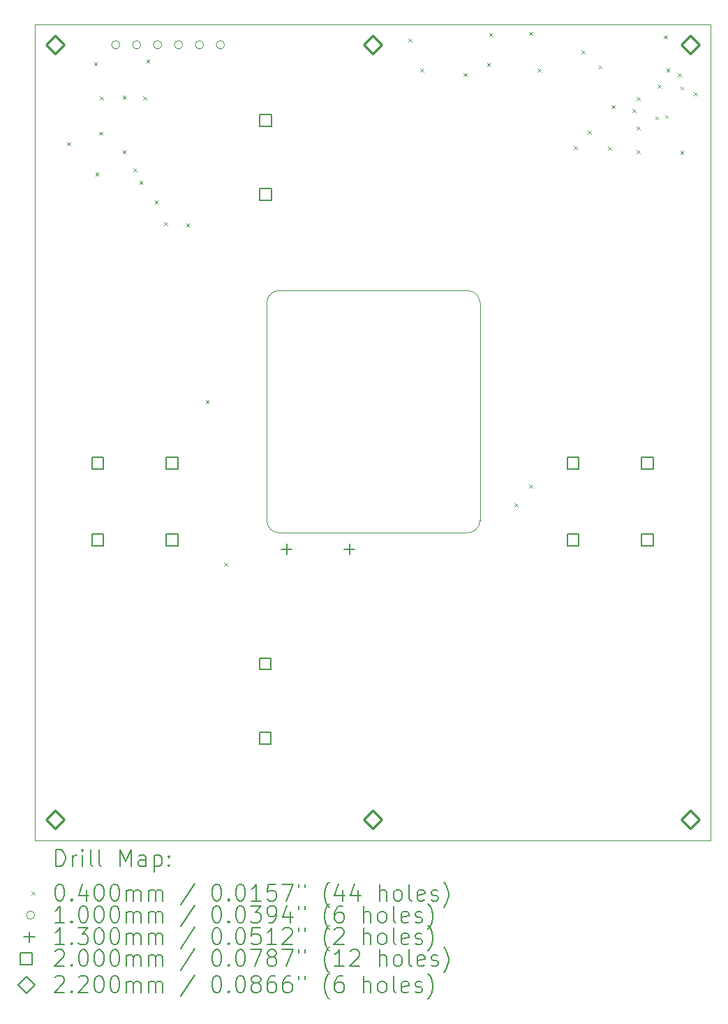
<source format=gbr>
%FSLAX45Y45*%
G04 Gerber Fmt 4.5, Leading zero omitted, Abs format (unit mm)*
G04 Created by KiCad (PCBNEW (6.0.5)) date 2022-08-19 15:51:07*
%MOMM*%
%LPD*%
G01*
G04 APERTURE LIST*
%TA.AperFunction,Profile*%
%ADD10C,0.100000*%
%TD*%
%TA.AperFunction,Profile*%
%ADD11C,0.050000*%
%TD*%
%ADD12C,0.200000*%
%ADD13C,0.040000*%
%ADD14C,0.100000*%
%ADD15C,0.130000*%
%ADD16C,0.220000*%
G04 APERTURE END LIST*
D10*
X13093400Y-7480000D02*
G75*
G03*
X12943400Y-7630000I0J-150000D01*
G01*
D11*
X10129200Y-14149800D02*
X16589200Y-14149800D01*
D10*
X12943400Y-10269000D02*
G75*
G03*
X13093400Y-10419000I150000J0D01*
G01*
D11*
X18329200Y-4249800D02*
X10129200Y-4249800D01*
D10*
X15377400Y-10419000D02*
X13093400Y-10419000D01*
X15527400Y-7630000D02*
G75*
G03*
X15377400Y-7480000I-149990J10D01*
G01*
D11*
X18329200Y-14149800D02*
X18329200Y-4249800D01*
D10*
X13093400Y-7480000D02*
X15377400Y-7480000D01*
D11*
X10129600Y-5070800D02*
X10129200Y-4249800D01*
X10129600Y-12107800D02*
X10129600Y-5070800D01*
D10*
X12943400Y-10269000D02*
X12943400Y-7630000D01*
D11*
X16589200Y-14149800D02*
X18329200Y-14149800D01*
D10*
X15527400Y-7630000D02*
X15527400Y-10269000D01*
D11*
X10129200Y-14149800D02*
X10129600Y-12107800D01*
D10*
X15377400Y-10419000D02*
G75*
G03*
X15527400Y-10269000I0J150000D01*
G01*
D12*
D13*
X10518100Y-5679800D02*
X10558100Y-5719800D01*
X10558100Y-5679800D02*
X10518100Y-5719800D01*
X10845600Y-4709800D02*
X10885600Y-4749800D01*
X10885600Y-4709800D02*
X10845600Y-4749800D01*
X10863100Y-6047300D02*
X10903100Y-6087300D01*
X10903100Y-6047300D02*
X10863100Y-6087300D01*
X10910600Y-5552300D02*
X10950600Y-5592300D01*
X10950600Y-5552300D02*
X10910600Y-5592300D01*
X10921000Y-5124000D02*
X10961000Y-5164000D01*
X10961000Y-5124000D02*
X10921000Y-5164000D01*
X11192600Y-5780500D02*
X11232600Y-5820500D01*
X11232600Y-5780500D02*
X11192600Y-5820500D01*
X11192750Y-5120250D02*
X11232750Y-5160250D01*
X11232750Y-5120250D02*
X11192750Y-5160250D01*
X11323100Y-5999800D02*
X11363100Y-6039800D01*
X11363100Y-5999800D02*
X11323100Y-6039800D01*
X11395600Y-6147300D02*
X11435600Y-6187300D01*
X11435600Y-6147300D02*
X11395600Y-6187300D01*
X11441000Y-5123000D02*
X11481000Y-5163000D01*
X11481000Y-5123000D02*
X11441000Y-5163000D01*
X11480600Y-4679800D02*
X11520600Y-4719800D01*
X11520600Y-4679800D02*
X11480600Y-4719800D01*
X11583100Y-6387300D02*
X11623100Y-6427300D01*
X11623100Y-6387300D02*
X11583100Y-6427300D01*
X11698100Y-6649800D02*
X11738100Y-6689800D01*
X11738100Y-6649800D02*
X11698100Y-6689800D01*
X11963100Y-6669800D02*
X12003100Y-6709800D01*
X12003100Y-6669800D02*
X11963100Y-6709800D01*
X12201600Y-8806600D02*
X12241600Y-8846600D01*
X12241600Y-8806600D02*
X12201600Y-8846600D01*
X12427600Y-10781800D02*
X12467600Y-10821800D01*
X12467600Y-10781800D02*
X12427600Y-10821800D01*
X14663100Y-4424800D02*
X14703100Y-4464800D01*
X14703100Y-4424800D02*
X14663100Y-4464800D01*
X14805600Y-4787300D02*
X14845600Y-4827300D01*
X14845600Y-4787300D02*
X14805600Y-4827300D01*
X15330600Y-4842300D02*
X15370600Y-4882300D01*
X15370600Y-4842300D02*
X15330600Y-4882300D01*
X15613100Y-4717300D02*
X15653100Y-4757300D01*
X15653100Y-4717300D02*
X15613100Y-4757300D01*
X15638100Y-4354800D02*
X15678100Y-4394800D01*
X15678100Y-4354800D02*
X15638100Y-4394800D01*
X15948600Y-10064800D02*
X15988600Y-10104800D01*
X15988600Y-10064800D02*
X15948600Y-10104800D01*
X16126600Y-9836000D02*
X16166600Y-9876000D01*
X16166600Y-9836000D02*
X16126600Y-9876000D01*
X16126850Y-4342300D02*
X16166850Y-4382300D01*
X16166850Y-4342300D02*
X16126850Y-4382300D01*
X16228200Y-4784700D02*
X16268200Y-4824700D01*
X16268200Y-4784700D02*
X16228200Y-4824700D01*
X16665600Y-5727300D02*
X16705600Y-5767300D01*
X16705600Y-5727300D02*
X16665600Y-5767300D01*
X16758100Y-4567300D02*
X16798100Y-4607300D01*
X16798100Y-4567300D02*
X16758100Y-4607300D01*
X16837800Y-5543400D02*
X16877800Y-5583400D01*
X16877800Y-5543400D02*
X16837800Y-5583400D01*
X16968100Y-4749800D02*
X17008100Y-4789800D01*
X17008100Y-4749800D02*
X16968100Y-4789800D01*
X17084600Y-5735800D02*
X17124600Y-5775800D01*
X17124600Y-5735800D02*
X17084600Y-5775800D01*
X17123600Y-5232800D02*
X17163600Y-5272800D01*
X17163600Y-5232800D02*
X17123600Y-5272800D01*
X17378100Y-5277300D02*
X17418100Y-5317300D01*
X17418100Y-5277300D02*
X17378100Y-5317300D01*
X17428100Y-5492300D02*
X17468100Y-5532300D01*
X17468100Y-5492300D02*
X17428100Y-5532300D01*
X17428100Y-5777300D02*
X17468100Y-5817300D01*
X17468100Y-5777300D02*
X17428100Y-5817300D01*
X17430600Y-5134800D02*
X17470600Y-5174800D01*
X17470600Y-5134800D02*
X17430600Y-5174800D01*
X17653100Y-5367300D02*
X17693100Y-5407300D01*
X17693100Y-5367300D02*
X17653100Y-5407300D01*
X17683600Y-4982800D02*
X17723600Y-5022800D01*
X17723600Y-4982800D02*
X17683600Y-5022800D01*
X17758100Y-4384800D02*
X17798100Y-4424800D01*
X17798100Y-4384800D02*
X17758100Y-4424800D01*
X17772600Y-5349800D02*
X17812600Y-5389800D01*
X17812600Y-5349800D02*
X17772600Y-5389800D01*
X17788100Y-4784800D02*
X17828100Y-4824800D01*
X17828100Y-4784800D02*
X17788100Y-4824800D01*
X17930600Y-4847300D02*
X17970600Y-4887300D01*
X17970600Y-4847300D02*
X17930600Y-4887300D01*
X17957800Y-5002000D02*
X17997800Y-5042000D01*
X17997800Y-5002000D02*
X17957800Y-5042000D01*
X17958100Y-5787300D02*
X17998100Y-5827300D01*
X17998100Y-5787300D02*
X17958100Y-5827300D01*
X18123100Y-5077300D02*
X18163100Y-5117300D01*
X18163100Y-5077300D02*
X18123100Y-5117300D01*
D14*
X11159200Y-4499800D02*
G75*
G03*
X11159200Y-4499800I-50000J0D01*
G01*
X11413200Y-4499800D02*
G75*
G03*
X11413200Y-4499800I-50000J0D01*
G01*
X11667200Y-4499800D02*
G75*
G03*
X11667200Y-4499800I-50000J0D01*
G01*
X11921200Y-4499800D02*
G75*
G03*
X11921200Y-4499800I-50000J0D01*
G01*
X12175200Y-4499800D02*
G75*
G03*
X12175200Y-4499800I-50000J0D01*
G01*
X12429200Y-4499800D02*
G75*
G03*
X12429200Y-4499800I-50000J0D01*
G01*
D15*
X13183800Y-10551800D02*
X13183800Y-10681800D01*
X13118800Y-10616800D02*
X13248800Y-10616800D01*
X13945800Y-10551800D02*
X13945800Y-10681800D01*
X13880800Y-10616800D02*
X14010800Y-10616800D01*
D12*
X10962511Y-9645911D02*
X10962511Y-9504489D01*
X10821089Y-9504489D01*
X10821089Y-9645911D01*
X10962511Y-9645911D01*
X10962511Y-10576511D02*
X10962511Y-10435089D01*
X10821089Y-10435089D01*
X10821089Y-10576511D01*
X10962511Y-10576511D01*
X11862511Y-9645911D02*
X11862511Y-9504489D01*
X11721089Y-9504489D01*
X11721089Y-9645911D01*
X11862511Y-9645911D01*
X11862511Y-10576511D02*
X11862511Y-10435089D01*
X11721089Y-10435089D01*
X11721089Y-10576511D01*
X11862511Y-10576511D01*
X12993311Y-12078511D02*
X12993311Y-11937089D01*
X12851889Y-11937089D01*
X12851889Y-12078511D01*
X12993311Y-12078511D01*
X12993311Y-12978511D02*
X12993311Y-12837089D01*
X12851889Y-12837089D01*
X12851889Y-12978511D01*
X12993311Y-12978511D01*
X12998311Y-5486511D02*
X12998311Y-5345089D01*
X12856889Y-5345089D01*
X12856889Y-5486511D01*
X12998311Y-5486511D01*
X12998311Y-6386511D02*
X12998311Y-6245089D01*
X12856889Y-6245089D01*
X12856889Y-6386511D01*
X12998311Y-6386511D01*
X16728311Y-9645911D02*
X16728311Y-9504489D01*
X16586889Y-9504489D01*
X16586889Y-9645911D01*
X16728311Y-9645911D01*
X16728311Y-10576511D02*
X16728311Y-10435089D01*
X16586889Y-10435089D01*
X16586889Y-10576511D01*
X16728311Y-10576511D01*
X17628311Y-9645911D02*
X17628311Y-9504489D01*
X17486889Y-9504489D01*
X17486889Y-9645911D01*
X17628311Y-9645911D01*
X17628311Y-10576511D02*
X17628311Y-10435089D01*
X17486889Y-10435089D01*
X17486889Y-10576511D01*
X17628311Y-10576511D01*
D16*
X10379200Y-4609800D02*
X10489200Y-4499800D01*
X10379200Y-4389800D01*
X10269200Y-4499800D01*
X10379200Y-4609800D01*
X10379200Y-14009800D02*
X10489200Y-13899800D01*
X10379200Y-13789800D01*
X10269200Y-13899800D01*
X10379200Y-14009800D01*
X14229200Y-4609800D02*
X14339200Y-4499800D01*
X14229200Y-4389800D01*
X14119200Y-4499800D01*
X14229200Y-4609800D01*
X14229200Y-14009800D02*
X14339200Y-13899800D01*
X14229200Y-13789800D01*
X14119200Y-13899800D01*
X14229200Y-14009800D01*
X18079200Y-4609800D02*
X18189200Y-4499800D01*
X18079200Y-4389800D01*
X17969200Y-4499800D01*
X18079200Y-4609800D01*
X18079200Y-14009800D02*
X18189200Y-13899800D01*
X18079200Y-13789800D01*
X17969200Y-13899800D01*
X18079200Y-14009800D01*
D12*
X10384319Y-14462776D02*
X10384319Y-14262776D01*
X10431938Y-14262776D01*
X10460510Y-14272300D01*
X10479557Y-14291347D01*
X10489081Y-14310395D01*
X10498605Y-14348490D01*
X10498605Y-14377062D01*
X10489081Y-14415157D01*
X10479557Y-14434204D01*
X10460510Y-14453252D01*
X10431938Y-14462776D01*
X10384319Y-14462776D01*
X10584319Y-14462776D02*
X10584319Y-14329442D01*
X10584319Y-14367538D02*
X10593843Y-14348490D01*
X10603367Y-14338966D01*
X10622414Y-14329442D01*
X10641462Y-14329442D01*
X10708129Y-14462776D02*
X10708129Y-14329442D01*
X10708129Y-14262776D02*
X10698605Y-14272300D01*
X10708129Y-14281823D01*
X10717652Y-14272300D01*
X10708129Y-14262776D01*
X10708129Y-14281823D01*
X10831938Y-14462776D02*
X10812890Y-14453252D01*
X10803367Y-14434204D01*
X10803367Y-14262776D01*
X10936700Y-14462776D02*
X10917652Y-14453252D01*
X10908129Y-14434204D01*
X10908129Y-14262776D01*
X11165271Y-14462776D02*
X11165271Y-14262776D01*
X11231938Y-14405633D01*
X11298605Y-14262776D01*
X11298605Y-14462776D01*
X11479557Y-14462776D02*
X11479557Y-14358014D01*
X11470033Y-14338966D01*
X11450986Y-14329442D01*
X11412890Y-14329442D01*
X11393843Y-14338966D01*
X11479557Y-14453252D02*
X11460509Y-14462776D01*
X11412890Y-14462776D01*
X11393843Y-14453252D01*
X11384319Y-14434204D01*
X11384319Y-14415157D01*
X11393843Y-14396109D01*
X11412890Y-14386585D01*
X11460509Y-14386585D01*
X11479557Y-14377062D01*
X11574795Y-14329442D02*
X11574795Y-14529442D01*
X11574795Y-14338966D02*
X11593843Y-14329442D01*
X11631938Y-14329442D01*
X11650986Y-14338966D01*
X11660509Y-14348490D01*
X11670033Y-14367538D01*
X11670033Y-14424681D01*
X11660509Y-14443728D01*
X11650986Y-14453252D01*
X11631938Y-14462776D01*
X11593843Y-14462776D01*
X11574795Y-14453252D01*
X11755748Y-14443728D02*
X11765271Y-14453252D01*
X11755748Y-14462776D01*
X11746224Y-14453252D01*
X11755748Y-14443728D01*
X11755748Y-14462776D01*
X11755748Y-14338966D02*
X11765271Y-14348490D01*
X11755748Y-14358014D01*
X11746224Y-14348490D01*
X11755748Y-14338966D01*
X11755748Y-14358014D01*
D13*
X10086700Y-14772300D02*
X10126700Y-14812300D01*
X10126700Y-14772300D02*
X10086700Y-14812300D01*
D12*
X10422414Y-14682776D02*
X10441462Y-14682776D01*
X10460510Y-14692300D01*
X10470033Y-14701823D01*
X10479557Y-14720871D01*
X10489081Y-14758966D01*
X10489081Y-14806585D01*
X10479557Y-14844681D01*
X10470033Y-14863728D01*
X10460510Y-14873252D01*
X10441462Y-14882776D01*
X10422414Y-14882776D01*
X10403367Y-14873252D01*
X10393843Y-14863728D01*
X10384319Y-14844681D01*
X10374795Y-14806585D01*
X10374795Y-14758966D01*
X10384319Y-14720871D01*
X10393843Y-14701823D01*
X10403367Y-14692300D01*
X10422414Y-14682776D01*
X10574795Y-14863728D02*
X10584319Y-14873252D01*
X10574795Y-14882776D01*
X10565271Y-14873252D01*
X10574795Y-14863728D01*
X10574795Y-14882776D01*
X10755748Y-14749442D02*
X10755748Y-14882776D01*
X10708129Y-14673252D02*
X10660510Y-14816109D01*
X10784319Y-14816109D01*
X10898605Y-14682776D02*
X10917652Y-14682776D01*
X10936700Y-14692300D01*
X10946224Y-14701823D01*
X10955748Y-14720871D01*
X10965271Y-14758966D01*
X10965271Y-14806585D01*
X10955748Y-14844681D01*
X10946224Y-14863728D01*
X10936700Y-14873252D01*
X10917652Y-14882776D01*
X10898605Y-14882776D01*
X10879557Y-14873252D01*
X10870033Y-14863728D01*
X10860510Y-14844681D01*
X10850986Y-14806585D01*
X10850986Y-14758966D01*
X10860510Y-14720871D01*
X10870033Y-14701823D01*
X10879557Y-14692300D01*
X10898605Y-14682776D01*
X11089081Y-14682776D02*
X11108129Y-14682776D01*
X11127176Y-14692300D01*
X11136700Y-14701823D01*
X11146224Y-14720871D01*
X11155748Y-14758966D01*
X11155748Y-14806585D01*
X11146224Y-14844681D01*
X11136700Y-14863728D01*
X11127176Y-14873252D01*
X11108129Y-14882776D01*
X11089081Y-14882776D01*
X11070033Y-14873252D01*
X11060510Y-14863728D01*
X11050986Y-14844681D01*
X11041462Y-14806585D01*
X11041462Y-14758966D01*
X11050986Y-14720871D01*
X11060510Y-14701823D01*
X11070033Y-14692300D01*
X11089081Y-14682776D01*
X11241462Y-14882776D02*
X11241462Y-14749442D01*
X11241462Y-14768490D02*
X11250986Y-14758966D01*
X11270033Y-14749442D01*
X11298605Y-14749442D01*
X11317652Y-14758966D01*
X11327176Y-14778014D01*
X11327176Y-14882776D01*
X11327176Y-14778014D02*
X11336700Y-14758966D01*
X11355748Y-14749442D01*
X11384319Y-14749442D01*
X11403367Y-14758966D01*
X11412890Y-14778014D01*
X11412890Y-14882776D01*
X11508128Y-14882776D02*
X11508128Y-14749442D01*
X11508128Y-14768490D02*
X11517652Y-14758966D01*
X11536700Y-14749442D01*
X11565271Y-14749442D01*
X11584319Y-14758966D01*
X11593843Y-14778014D01*
X11593843Y-14882776D01*
X11593843Y-14778014D02*
X11603367Y-14758966D01*
X11622414Y-14749442D01*
X11650986Y-14749442D01*
X11670033Y-14758966D01*
X11679557Y-14778014D01*
X11679557Y-14882776D01*
X12070033Y-14673252D02*
X11898605Y-14930395D01*
X12327176Y-14682776D02*
X12346224Y-14682776D01*
X12365271Y-14692300D01*
X12374795Y-14701823D01*
X12384319Y-14720871D01*
X12393843Y-14758966D01*
X12393843Y-14806585D01*
X12384319Y-14844681D01*
X12374795Y-14863728D01*
X12365271Y-14873252D01*
X12346224Y-14882776D01*
X12327176Y-14882776D01*
X12308128Y-14873252D01*
X12298605Y-14863728D01*
X12289081Y-14844681D01*
X12279557Y-14806585D01*
X12279557Y-14758966D01*
X12289081Y-14720871D01*
X12298605Y-14701823D01*
X12308128Y-14692300D01*
X12327176Y-14682776D01*
X12479557Y-14863728D02*
X12489081Y-14873252D01*
X12479557Y-14882776D01*
X12470033Y-14873252D01*
X12479557Y-14863728D01*
X12479557Y-14882776D01*
X12612890Y-14682776D02*
X12631938Y-14682776D01*
X12650986Y-14692300D01*
X12660509Y-14701823D01*
X12670033Y-14720871D01*
X12679557Y-14758966D01*
X12679557Y-14806585D01*
X12670033Y-14844681D01*
X12660509Y-14863728D01*
X12650986Y-14873252D01*
X12631938Y-14882776D01*
X12612890Y-14882776D01*
X12593843Y-14873252D01*
X12584319Y-14863728D01*
X12574795Y-14844681D01*
X12565271Y-14806585D01*
X12565271Y-14758966D01*
X12574795Y-14720871D01*
X12584319Y-14701823D01*
X12593843Y-14692300D01*
X12612890Y-14682776D01*
X12870033Y-14882776D02*
X12755748Y-14882776D01*
X12812890Y-14882776D02*
X12812890Y-14682776D01*
X12793843Y-14711347D01*
X12774795Y-14730395D01*
X12755748Y-14739919D01*
X13050986Y-14682776D02*
X12955748Y-14682776D01*
X12946224Y-14778014D01*
X12955748Y-14768490D01*
X12974795Y-14758966D01*
X13022414Y-14758966D01*
X13041462Y-14768490D01*
X13050986Y-14778014D01*
X13060509Y-14797062D01*
X13060509Y-14844681D01*
X13050986Y-14863728D01*
X13041462Y-14873252D01*
X13022414Y-14882776D01*
X12974795Y-14882776D01*
X12955748Y-14873252D01*
X12946224Y-14863728D01*
X13127176Y-14682776D02*
X13260509Y-14682776D01*
X13174795Y-14882776D01*
X13327176Y-14682776D02*
X13327176Y-14720871D01*
X13403367Y-14682776D02*
X13403367Y-14720871D01*
X13698605Y-14958966D02*
X13689081Y-14949442D01*
X13670033Y-14920871D01*
X13660509Y-14901823D01*
X13650986Y-14873252D01*
X13641462Y-14825633D01*
X13641462Y-14787538D01*
X13650986Y-14739919D01*
X13660509Y-14711347D01*
X13670033Y-14692300D01*
X13689081Y-14663728D01*
X13698605Y-14654204D01*
X13860509Y-14749442D02*
X13860509Y-14882776D01*
X13812890Y-14673252D02*
X13765271Y-14816109D01*
X13889081Y-14816109D01*
X14050986Y-14749442D02*
X14050986Y-14882776D01*
X14003367Y-14673252D02*
X13955748Y-14816109D01*
X14079557Y-14816109D01*
X14308128Y-14882776D02*
X14308128Y-14682776D01*
X14393843Y-14882776D02*
X14393843Y-14778014D01*
X14384319Y-14758966D01*
X14365271Y-14749442D01*
X14336700Y-14749442D01*
X14317652Y-14758966D01*
X14308128Y-14768490D01*
X14517652Y-14882776D02*
X14498605Y-14873252D01*
X14489081Y-14863728D01*
X14479557Y-14844681D01*
X14479557Y-14787538D01*
X14489081Y-14768490D01*
X14498605Y-14758966D01*
X14517652Y-14749442D01*
X14546224Y-14749442D01*
X14565271Y-14758966D01*
X14574795Y-14768490D01*
X14584319Y-14787538D01*
X14584319Y-14844681D01*
X14574795Y-14863728D01*
X14565271Y-14873252D01*
X14546224Y-14882776D01*
X14517652Y-14882776D01*
X14698605Y-14882776D02*
X14679557Y-14873252D01*
X14670033Y-14854204D01*
X14670033Y-14682776D01*
X14850986Y-14873252D02*
X14831938Y-14882776D01*
X14793843Y-14882776D01*
X14774795Y-14873252D01*
X14765271Y-14854204D01*
X14765271Y-14778014D01*
X14774795Y-14758966D01*
X14793843Y-14749442D01*
X14831938Y-14749442D01*
X14850986Y-14758966D01*
X14860509Y-14778014D01*
X14860509Y-14797062D01*
X14765271Y-14816109D01*
X14936700Y-14873252D02*
X14955748Y-14882776D01*
X14993843Y-14882776D01*
X15012890Y-14873252D01*
X15022414Y-14854204D01*
X15022414Y-14844681D01*
X15012890Y-14825633D01*
X14993843Y-14816109D01*
X14965271Y-14816109D01*
X14946224Y-14806585D01*
X14936700Y-14787538D01*
X14936700Y-14778014D01*
X14946224Y-14758966D01*
X14965271Y-14749442D01*
X14993843Y-14749442D01*
X15012890Y-14758966D01*
X15089081Y-14958966D02*
X15098605Y-14949442D01*
X15117652Y-14920871D01*
X15127176Y-14901823D01*
X15136700Y-14873252D01*
X15146224Y-14825633D01*
X15146224Y-14787538D01*
X15136700Y-14739919D01*
X15127176Y-14711347D01*
X15117652Y-14692300D01*
X15098605Y-14663728D01*
X15089081Y-14654204D01*
D14*
X10126700Y-15056300D02*
G75*
G03*
X10126700Y-15056300I-50000J0D01*
G01*
D12*
X10489081Y-15146776D02*
X10374795Y-15146776D01*
X10431938Y-15146776D02*
X10431938Y-14946776D01*
X10412890Y-14975347D01*
X10393843Y-14994395D01*
X10374795Y-15003919D01*
X10574795Y-15127728D02*
X10584319Y-15137252D01*
X10574795Y-15146776D01*
X10565271Y-15137252D01*
X10574795Y-15127728D01*
X10574795Y-15146776D01*
X10708129Y-14946776D02*
X10727176Y-14946776D01*
X10746224Y-14956300D01*
X10755748Y-14965823D01*
X10765271Y-14984871D01*
X10774795Y-15022966D01*
X10774795Y-15070585D01*
X10765271Y-15108681D01*
X10755748Y-15127728D01*
X10746224Y-15137252D01*
X10727176Y-15146776D01*
X10708129Y-15146776D01*
X10689081Y-15137252D01*
X10679557Y-15127728D01*
X10670033Y-15108681D01*
X10660510Y-15070585D01*
X10660510Y-15022966D01*
X10670033Y-14984871D01*
X10679557Y-14965823D01*
X10689081Y-14956300D01*
X10708129Y-14946776D01*
X10898605Y-14946776D02*
X10917652Y-14946776D01*
X10936700Y-14956300D01*
X10946224Y-14965823D01*
X10955748Y-14984871D01*
X10965271Y-15022966D01*
X10965271Y-15070585D01*
X10955748Y-15108681D01*
X10946224Y-15127728D01*
X10936700Y-15137252D01*
X10917652Y-15146776D01*
X10898605Y-15146776D01*
X10879557Y-15137252D01*
X10870033Y-15127728D01*
X10860510Y-15108681D01*
X10850986Y-15070585D01*
X10850986Y-15022966D01*
X10860510Y-14984871D01*
X10870033Y-14965823D01*
X10879557Y-14956300D01*
X10898605Y-14946776D01*
X11089081Y-14946776D02*
X11108129Y-14946776D01*
X11127176Y-14956300D01*
X11136700Y-14965823D01*
X11146224Y-14984871D01*
X11155748Y-15022966D01*
X11155748Y-15070585D01*
X11146224Y-15108681D01*
X11136700Y-15127728D01*
X11127176Y-15137252D01*
X11108129Y-15146776D01*
X11089081Y-15146776D01*
X11070033Y-15137252D01*
X11060510Y-15127728D01*
X11050986Y-15108681D01*
X11041462Y-15070585D01*
X11041462Y-15022966D01*
X11050986Y-14984871D01*
X11060510Y-14965823D01*
X11070033Y-14956300D01*
X11089081Y-14946776D01*
X11241462Y-15146776D02*
X11241462Y-15013442D01*
X11241462Y-15032490D02*
X11250986Y-15022966D01*
X11270033Y-15013442D01*
X11298605Y-15013442D01*
X11317652Y-15022966D01*
X11327176Y-15042014D01*
X11327176Y-15146776D01*
X11327176Y-15042014D02*
X11336700Y-15022966D01*
X11355748Y-15013442D01*
X11384319Y-15013442D01*
X11403367Y-15022966D01*
X11412890Y-15042014D01*
X11412890Y-15146776D01*
X11508128Y-15146776D02*
X11508128Y-15013442D01*
X11508128Y-15032490D02*
X11517652Y-15022966D01*
X11536700Y-15013442D01*
X11565271Y-15013442D01*
X11584319Y-15022966D01*
X11593843Y-15042014D01*
X11593843Y-15146776D01*
X11593843Y-15042014D02*
X11603367Y-15022966D01*
X11622414Y-15013442D01*
X11650986Y-15013442D01*
X11670033Y-15022966D01*
X11679557Y-15042014D01*
X11679557Y-15146776D01*
X12070033Y-14937252D02*
X11898605Y-15194395D01*
X12327176Y-14946776D02*
X12346224Y-14946776D01*
X12365271Y-14956300D01*
X12374795Y-14965823D01*
X12384319Y-14984871D01*
X12393843Y-15022966D01*
X12393843Y-15070585D01*
X12384319Y-15108681D01*
X12374795Y-15127728D01*
X12365271Y-15137252D01*
X12346224Y-15146776D01*
X12327176Y-15146776D01*
X12308128Y-15137252D01*
X12298605Y-15127728D01*
X12289081Y-15108681D01*
X12279557Y-15070585D01*
X12279557Y-15022966D01*
X12289081Y-14984871D01*
X12298605Y-14965823D01*
X12308128Y-14956300D01*
X12327176Y-14946776D01*
X12479557Y-15127728D02*
X12489081Y-15137252D01*
X12479557Y-15146776D01*
X12470033Y-15137252D01*
X12479557Y-15127728D01*
X12479557Y-15146776D01*
X12612890Y-14946776D02*
X12631938Y-14946776D01*
X12650986Y-14956300D01*
X12660509Y-14965823D01*
X12670033Y-14984871D01*
X12679557Y-15022966D01*
X12679557Y-15070585D01*
X12670033Y-15108681D01*
X12660509Y-15127728D01*
X12650986Y-15137252D01*
X12631938Y-15146776D01*
X12612890Y-15146776D01*
X12593843Y-15137252D01*
X12584319Y-15127728D01*
X12574795Y-15108681D01*
X12565271Y-15070585D01*
X12565271Y-15022966D01*
X12574795Y-14984871D01*
X12584319Y-14965823D01*
X12593843Y-14956300D01*
X12612890Y-14946776D01*
X12746224Y-14946776D02*
X12870033Y-14946776D01*
X12803367Y-15022966D01*
X12831938Y-15022966D01*
X12850986Y-15032490D01*
X12860509Y-15042014D01*
X12870033Y-15061062D01*
X12870033Y-15108681D01*
X12860509Y-15127728D01*
X12850986Y-15137252D01*
X12831938Y-15146776D01*
X12774795Y-15146776D01*
X12755748Y-15137252D01*
X12746224Y-15127728D01*
X12965271Y-15146776D02*
X13003367Y-15146776D01*
X13022414Y-15137252D01*
X13031938Y-15127728D01*
X13050986Y-15099157D01*
X13060509Y-15061062D01*
X13060509Y-14984871D01*
X13050986Y-14965823D01*
X13041462Y-14956300D01*
X13022414Y-14946776D01*
X12984319Y-14946776D01*
X12965271Y-14956300D01*
X12955748Y-14965823D01*
X12946224Y-14984871D01*
X12946224Y-15032490D01*
X12955748Y-15051538D01*
X12965271Y-15061062D01*
X12984319Y-15070585D01*
X13022414Y-15070585D01*
X13041462Y-15061062D01*
X13050986Y-15051538D01*
X13060509Y-15032490D01*
X13231938Y-15013442D02*
X13231938Y-15146776D01*
X13184319Y-14937252D02*
X13136700Y-15080109D01*
X13260509Y-15080109D01*
X13327176Y-14946776D02*
X13327176Y-14984871D01*
X13403367Y-14946776D02*
X13403367Y-14984871D01*
X13698605Y-15222966D02*
X13689081Y-15213442D01*
X13670033Y-15184871D01*
X13660509Y-15165823D01*
X13650986Y-15137252D01*
X13641462Y-15089633D01*
X13641462Y-15051538D01*
X13650986Y-15003919D01*
X13660509Y-14975347D01*
X13670033Y-14956300D01*
X13689081Y-14927728D01*
X13698605Y-14918204D01*
X13860509Y-14946776D02*
X13822414Y-14946776D01*
X13803367Y-14956300D01*
X13793843Y-14965823D01*
X13774795Y-14994395D01*
X13765271Y-15032490D01*
X13765271Y-15108681D01*
X13774795Y-15127728D01*
X13784319Y-15137252D01*
X13803367Y-15146776D01*
X13841462Y-15146776D01*
X13860509Y-15137252D01*
X13870033Y-15127728D01*
X13879557Y-15108681D01*
X13879557Y-15061062D01*
X13870033Y-15042014D01*
X13860509Y-15032490D01*
X13841462Y-15022966D01*
X13803367Y-15022966D01*
X13784319Y-15032490D01*
X13774795Y-15042014D01*
X13765271Y-15061062D01*
X14117652Y-15146776D02*
X14117652Y-14946776D01*
X14203367Y-15146776D02*
X14203367Y-15042014D01*
X14193843Y-15022966D01*
X14174795Y-15013442D01*
X14146224Y-15013442D01*
X14127176Y-15022966D01*
X14117652Y-15032490D01*
X14327176Y-15146776D02*
X14308128Y-15137252D01*
X14298605Y-15127728D01*
X14289081Y-15108681D01*
X14289081Y-15051538D01*
X14298605Y-15032490D01*
X14308128Y-15022966D01*
X14327176Y-15013442D01*
X14355748Y-15013442D01*
X14374795Y-15022966D01*
X14384319Y-15032490D01*
X14393843Y-15051538D01*
X14393843Y-15108681D01*
X14384319Y-15127728D01*
X14374795Y-15137252D01*
X14355748Y-15146776D01*
X14327176Y-15146776D01*
X14508128Y-15146776D02*
X14489081Y-15137252D01*
X14479557Y-15118204D01*
X14479557Y-14946776D01*
X14660509Y-15137252D02*
X14641462Y-15146776D01*
X14603367Y-15146776D01*
X14584319Y-15137252D01*
X14574795Y-15118204D01*
X14574795Y-15042014D01*
X14584319Y-15022966D01*
X14603367Y-15013442D01*
X14641462Y-15013442D01*
X14660509Y-15022966D01*
X14670033Y-15042014D01*
X14670033Y-15061062D01*
X14574795Y-15080109D01*
X14746224Y-15137252D02*
X14765271Y-15146776D01*
X14803367Y-15146776D01*
X14822414Y-15137252D01*
X14831938Y-15118204D01*
X14831938Y-15108681D01*
X14822414Y-15089633D01*
X14803367Y-15080109D01*
X14774795Y-15080109D01*
X14755748Y-15070585D01*
X14746224Y-15051538D01*
X14746224Y-15042014D01*
X14755748Y-15022966D01*
X14774795Y-15013442D01*
X14803367Y-15013442D01*
X14822414Y-15022966D01*
X14898605Y-15222966D02*
X14908128Y-15213442D01*
X14927176Y-15184871D01*
X14936700Y-15165823D01*
X14946224Y-15137252D01*
X14955748Y-15089633D01*
X14955748Y-15051538D01*
X14946224Y-15003919D01*
X14936700Y-14975347D01*
X14927176Y-14956300D01*
X14908128Y-14927728D01*
X14898605Y-14918204D01*
D15*
X10061700Y-15255300D02*
X10061700Y-15385300D01*
X9996700Y-15320300D02*
X10126700Y-15320300D01*
D12*
X10489081Y-15410776D02*
X10374795Y-15410776D01*
X10431938Y-15410776D02*
X10431938Y-15210776D01*
X10412890Y-15239347D01*
X10393843Y-15258395D01*
X10374795Y-15267919D01*
X10574795Y-15391728D02*
X10584319Y-15401252D01*
X10574795Y-15410776D01*
X10565271Y-15401252D01*
X10574795Y-15391728D01*
X10574795Y-15410776D01*
X10650986Y-15210776D02*
X10774795Y-15210776D01*
X10708129Y-15286966D01*
X10736700Y-15286966D01*
X10755748Y-15296490D01*
X10765271Y-15306014D01*
X10774795Y-15325062D01*
X10774795Y-15372681D01*
X10765271Y-15391728D01*
X10755748Y-15401252D01*
X10736700Y-15410776D01*
X10679557Y-15410776D01*
X10660510Y-15401252D01*
X10650986Y-15391728D01*
X10898605Y-15210776D02*
X10917652Y-15210776D01*
X10936700Y-15220300D01*
X10946224Y-15229823D01*
X10955748Y-15248871D01*
X10965271Y-15286966D01*
X10965271Y-15334585D01*
X10955748Y-15372681D01*
X10946224Y-15391728D01*
X10936700Y-15401252D01*
X10917652Y-15410776D01*
X10898605Y-15410776D01*
X10879557Y-15401252D01*
X10870033Y-15391728D01*
X10860510Y-15372681D01*
X10850986Y-15334585D01*
X10850986Y-15286966D01*
X10860510Y-15248871D01*
X10870033Y-15229823D01*
X10879557Y-15220300D01*
X10898605Y-15210776D01*
X11089081Y-15210776D02*
X11108129Y-15210776D01*
X11127176Y-15220300D01*
X11136700Y-15229823D01*
X11146224Y-15248871D01*
X11155748Y-15286966D01*
X11155748Y-15334585D01*
X11146224Y-15372681D01*
X11136700Y-15391728D01*
X11127176Y-15401252D01*
X11108129Y-15410776D01*
X11089081Y-15410776D01*
X11070033Y-15401252D01*
X11060510Y-15391728D01*
X11050986Y-15372681D01*
X11041462Y-15334585D01*
X11041462Y-15286966D01*
X11050986Y-15248871D01*
X11060510Y-15229823D01*
X11070033Y-15220300D01*
X11089081Y-15210776D01*
X11241462Y-15410776D02*
X11241462Y-15277442D01*
X11241462Y-15296490D02*
X11250986Y-15286966D01*
X11270033Y-15277442D01*
X11298605Y-15277442D01*
X11317652Y-15286966D01*
X11327176Y-15306014D01*
X11327176Y-15410776D01*
X11327176Y-15306014D02*
X11336700Y-15286966D01*
X11355748Y-15277442D01*
X11384319Y-15277442D01*
X11403367Y-15286966D01*
X11412890Y-15306014D01*
X11412890Y-15410776D01*
X11508128Y-15410776D02*
X11508128Y-15277442D01*
X11508128Y-15296490D02*
X11517652Y-15286966D01*
X11536700Y-15277442D01*
X11565271Y-15277442D01*
X11584319Y-15286966D01*
X11593843Y-15306014D01*
X11593843Y-15410776D01*
X11593843Y-15306014D02*
X11603367Y-15286966D01*
X11622414Y-15277442D01*
X11650986Y-15277442D01*
X11670033Y-15286966D01*
X11679557Y-15306014D01*
X11679557Y-15410776D01*
X12070033Y-15201252D02*
X11898605Y-15458395D01*
X12327176Y-15210776D02*
X12346224Y-15210776D01*
X12365271Y-15220300D01*
X12374795Y-15229823D01*
X12384319Y-15248871D01*
X12393843Y-15286966D01*
X12393843Y-15334585D01*
X12384319Y-15372681D01*
X12374795Y-15391728D01*
X12365271Y-15401252D01*
X12346224Y-15410776D01*
X12327176Y-15410776D01*
X12308128Y-15401252D01*
X12298605Y-15391728D01*
X12289081Y-15372681D01*
X12279557Y-15334585D01*
X12279557Y-15286966D01*
X12289081Y-15248871D01*
X12298605Y-15229823D01*
X12308128Y-15220300D01*
X12327176Y-15210776D01*
X12479557Y-15391728D02*
X12489081Y-15401252D01*
X12479557Y-15410776D01*
X12470033Y-15401252D01*
X12479557Y-15391728D01*
X12479557Y-15410776D01*
X12612890Y-15210776D02*
X12631938Y-15210776D01*
X12650986Y-15220300D01*
X12660509Y-15229823D01*
X12670033Y-15248871D01*
X12679557Y-15286966D01*
X12679557Y-15334585D01*
X12670033Y-15372681D01*
X12660509Y-15391728D01*
X12650986Y-15401252D01*
X12631938Y-15410776D01*
X12612890Y-15410776D01*
X12593843Y-15401252D01*
X12584319Y-15391728D01*
X12574795Y-15372681D01*
X12565271Y-15334585D01*
X12565271Y-15286966D01*
X12574795Y-15248871D01*
X12584319Y-15229823D01*
X12593843Y-15220300D01*
X12612890Y-15210776D01*
X12860509Y-15210776D02*
X12765271Y-15210776D01*
X12755748Y-15306014D01*
X12765271Y-15296490D01*
X12784319Y-15286966D01*
X12831938Y-15286966D01*
X12850986Y-15296490D01*
X12860509Y-15306014D01*
X12870033Y-15325062D01*
X12870033Y-15372681D01*
X12860509Y-15391728D01*
X12850986Y-15401252D01*
X12831938Y-15410776D01*
X12784319Y-15410776D01*
X12765271Y-15401252D01*
X12755748Y-15391728D01*
X13060509Y-15410776D02*
X12946224Y-15410776D01*
X13003367Y-15410776D02*
X13003367Y-15210776D01*
X12984319Y-15239347D01*
X12965271Y-15258395D01*
X12946224Y-15267919D01*
X13136700Y-15229823D02*
X13146224Y-15220300D01*
X13165271Y-15210776D01*
X13212890Y-15210776D01*
X13231938Y-15220300D01*
X13241462Y-15229823D01*
X13250986Y-15248871D01*
X13250986Y-15267919D01*
X13241462Y-15296490D01*
X13127176Y-15410776D01*
X13250986Y-15410776D01*
X13327176Y-15210776D02*
X13327176Y-15248871D01*
X13403367Y-15210776D02*
X13403367Y-15248871D01*
X13698605Y-15486966D02*
X13689081Y-15477442D01*
X13670033Y-15448871D01*
X13660509Y-15429823D01*
X13650986Y-15401252D01*
X13641462Y-15353633D01*
X13641462Y-15315538D01*
X13650986Y-15267919D01*
X13660509Y-15239347D01*
X13670033Y-15220300D01*
X13689081Y-15191728D01*
X13698605Y-15182204D01*
X13765271Y-15229823D02*
X13774795Y-15220300D01*
X13793843Y-15210776D01*
X13841462Y-15210776D01*
X13860509Y-15220300D01*
X13870033Y-15229823D01*
X13879557Y-15248871D01*
X13879557Y-15267919D01*
X13870033Y-15296490D01*
X13755748Y-15410776D01*
X13879557Y-15410776D01*
X14117652Y-15410776D02*
X14117652Y-15210776D01*
X14203367Y-15410776D02*
X14203367Y-15306014D01*
X14193843Y-15286966D01*
X14174795Y-15277442D01*
X14146224Y-15277442D01*
X14127176Y-15286966D01*
X14117652Y-15296490D01*
X14327176Y-15410776D02*
X14308128Y-15401252D01*
X14298605Y-15391728D01*
X14289081Y-15372681D01*
X14289081Y-15315538D01*
X14298605Y-15296490D01*
X14308128Y-15286966D01*
X14327176Y-15277442D01*
X14355748Y-15277442D01*
X14374795Y-15286966D01*
X14384319Y-15296490D01*
X14393843Y-15315538D01*
X14393843Y-15372681D01*
X14384319Y-15391728D01*
X14374795Y-15401252D01*
X14355748Y-15410776D01*
X14327176Y-15410776D01*
X14508128Y-15410776D02*
X14489081Y-15401252D01*
X14479557Y-15382204D01*
X14479557Y-15210776D01*
X14660509Y-15401252D02*
X14641462Y-15410776D01*
X14603367Y-15410776D01*
X14584319Y-15401252D01*
X14574795Y-15382204D01*
X14574795Y-15306014D01*
X14584319Y-15286966D01*
X14603367Y-15277442D01*
X14641462Y-15277442D01*
X14660509Y-15286966D01*
X14670033Y-15306014D01*
X14670033Y-15325062D01*
X14574795Y-15344109D01*
X14746224Y-15401252D02*
X14765271Y-15410776D01*
X14803367Y-15410776D01*
X14822414Y-15401252D01*
X14831938Y-15382204D01*
X14831938Y-15372681D01*
X14822414Y-15353633D01*
X14803367Y-15344109D01*
X14774795Y-15344109D01*
X14755748Y-15334585D01*
X14746224Y-15315538D01*
X14746224Y-15306014D01*
X14755748Y-15286966D01*
X14774795Y-15277442D01*
X14803367Y-15277442D01*
X14822414Y-15286966D01*
X14898605Y-15486966D02*
X14908128Y-15477442D01*
X14927176Y-15448871D01*
X14936700Y-15429823D01*
X14946224Y-15401252D01*
X14955748Y-15353633D01*
X14955748Y-15315538D01*
X14946224Y-15267919D01*
X14936700Y-15239347D01*
X14927176Y-15220300D01*
X14908128Y-15191728D01*
X14898605Y-15182204D01*
X10097411Y-15655011D02*
X10097411Y-15513588D01*
X9955989Y-15513588D01*
X9955989Y-15655011D01*
X10097411Y-15655011D01*
X10374795Y-15493823D02*
X10384319Y-15484300D01*
X10403367Y-15474776D01*
X10450986Y-15474776D01*
X10470033Y-15484300D01*
X10479557Y-15493823D01*
X10489081Y-15512871D01*
X10489081Y-15531919D01*
X10479557Y-15560490D01*
X10365271Y-15674776D01*
X10489081Y-15674776D01*
X10574795Y-15655728D02*
X10584319Y-15665252D01*
X10574795Y-15674776D01*
X10565271Y-15665252D01*
X10574795Y-15655728D01*
X10574795Y-15674776D01*
X10708129Y-15474776D02*
X10727176Y-15474776D01*
X10746224Y-15484300D01*
X10755748Y-15493823D01*
X10765271Y-15512871D01*
X10774795Y-15550966D01*
X10774795Y-15598585D01*
X10765271Y-15636681D01*
X10755748Y-15655728D01*
X10746224Y-15665252D01*
X10727176Y-15674776D01*
X10708129Y-15674776D01*
X10689081Y-15665252D01*
X10679557Y-15655728D01*
X10670033Y-15636681D01*
X10660510Y-15598585D01*
X10660510Y-15550966D01*
X10670033Y-15512871D01*
X10679557Y-15493823D01*
X10689081Y-15484300D01*
X10708129Y-15474776D01*
X10898605Y-15474776D02*
X10917652Y-15474776D01*
X10936700Y-15484300D01*
X10946224Y-15493823D01*
X10955748Y-15512871D01*
X10965271Y-15550966D01*
X10965271Y-15598585D01*
X10955748Y-15636681D01*
X10946224Y-15655728D01*
X10936700Y-15665252D01*
X10917652Y-15674776D01*
X10898605Y-15674776D01*
X10879557Y-15665252D01*
X10870033Y-15655728D01*
X10860510Y-15636681D01*
X10850986Y-15598585D01*
X10850986Y-15550966D01*
X10860510Y-15512871D01*
X10870033Y-15493823D01*
X10879557Y-15484300D01*
X10898605Y-15474776D01*
X11089081Y-15474776D02*
X11108129Y-15474776D01*
X11127176Y-15484300D01*
X11136700Y-15493823D01*
X11146224Y-15512871D01*
X11155748Y-15550966D01*
X11155748Y-15598585D01*
X11146224Y-15636681D01*
X11136700Y-15655728D01*
X11127176Y-15665252D01*
X11108129Y-15674776D01*
X11089081Y-15674776D01*
X11070033Y-15665252D01*
X11060510Y-15655728D01*
X11050986Y-15636681D01*
X11041462Y-15598585D01*
X11041462Y-15550966D01*
X11050986Y-15512871D01*
X11060510Y-15493823D01*
X11070033Y-15484300D01*
X11089081Y-15474776D01*
X11241462Y-15674776D02*
X11241462Y-15541442D01*
X11241462Y-15560490D02*
X11250986Y-15550966D01*
X11270033Y-15541442D01*
X11298605Y-15541442D01*
X11317652Y-15550966D01*
X11327176Y-15570014D01*
X11327176Y-15674776D01*
X11327176Y-15570014D02*
X11336700Y-15550966D01*
X11355748Y-15541442D01*
X11384319Y-15541442D01*
X11403367Y-15550966D01*
X11412890Y-15570014D01*
X11412890Y-15674776D01*
X11508128Y-15674776D02*
X11508128Y-15541442D01*
X11508128Y-15560490D02*
X11517652Y-15550966D01*
X11536700Y-15541442D01*
X11565271Y-15541442D01*
X11584319Y-15550966D01*
X11593843Y-15570014D01*
X11593843Y-15674776D01*
X11593843Y-15570014D02*
X11603367Y-15550966D01*
X11622414Y-15541442D01*
X11650986Y-15541442D01*
X11670033Y-15550966D01*
X11679557Y-15570014D01*
X11679557Y-15674776D01*
X12070033Y-15465252D02*
X11898605Y-15722395D01*
X12327176Y-15474776D02*
X12346224Y-15474776D01*
X12365271Y-15484300D01*
X12374795Y-15493823D01*
X12384319Y-15512871D01*
X12393843Y-15550966D01*
X12393843Y-15598585D01*
X12384319Y-15636681D01*
X12374795Y-15655728D01*
X12365271Y-15665252D01*
X12346224Y-15674776D01*
X12327176Y-15674776D01*
X12308128Y-15665252D01*
X12298605Y-15655728D01*
X12289081Y-15636681D01*
X12279557Y-15598585D01*
X12279557Y-15550966D01*
X12289081Y-15512871D01*
X12298605Y-15493823D01*
X12308128Y-15484300D01*
X12327176Y-15474776D01*
X12479557Y-15655728D02*
X12489081Y-15665252D01*
X12479557Y-15674776D01*
X12470033Y-15665252D01*
X12479557Y-15655728D01*
X12479557Y-15674776D01*
X12612890Y-15474776D02*
X12631938Y-15474776D01*
X12650986Y-15484300D01*
X12660509Y-15493823D01*
X12670033Y-15512871D01*
X12679557Y-15550966D01*
X12679557Y-15598585D01*
X12670033Y-15636681D01*
X12660509Y-15655728D01*
X12650986Y-15665252D01*
X12631938Y-15674776D01*
X12612890Y-15674776D01*
X12593843Y-15665252D01*
X12584319Y-15655728D01*
X12574795Y-15636681D01*
X12565271Y-15598585D01*
X12565271Y-15550966D01*
X12574795Y-15512871D01*
X12584319Y-15493823D01*
X12593843Y-15484300D01*
X12612890Y-15474776D01*
X12746224Y-15474776D02*
X12879557Y-15474776D01*
X12793843Y-15674776D01*
X12984319Y-15560490D02*
X12965271Y-15550966D01*
X12955748Y-15541442D01*
X12946224Y-15522395D01*
X12946224Y-15512871D01*
X12955748Y-15493823D01*
X12965271Y-15484300D01*
X12984319Y-15474776D01*
X13022414Y-15474776D01*
X13041462Y-15484300D01*
X13050986Y-15493823D01*
X13060509Y-15512871D01*
X13060509Y-15522395D01*
X13050986Y-15541442D01*
X13041462Y-15550966D01*
X13022414Y-15560490D01*
X12984319Y-15560490D01*
X12965271Y-15570014D01*
X12955748Y-15579538D01*
X12946224Y-15598585D01*
X12946224Y-15636681D01*
X12955748Y-15655728D01*
X12965271Y-15665252D01*
X12984319Y-15674776D01*
X13022414Y-15674776D01*
X13041462Y-15665252D01*
X13050986Y-15655728D01*
X13060509Y-15636681D01*
X13060509Y-15598585D01*
X13050986Y-15579538D01*
X13041462Y-15570014D01*
X13022414Y-15560490D01*
X13127176Y-15474776D02*
X13260509Y-15474776D01*
X13174795Y-15674776D01*
X13327176Y-15474776D02*
X13327176Y-15512871D01*
X13403367Y-15474776D02*
X13403367Y-15512871D01*
X13698605Y-15750966D02*
X13689081Y-15741442D01*
X13670033Y-15712871D01*
X13660509Y-15693823D01*
X13650986Y-15665252D01*
X13641462Y-15617633D01*
X13641462Y-15579538D01*
X13650986Y-15531919D01*
X13660509Y-15503347D01*
X13670033Y-15484300D01*
X13689081Y-15455728D01*
X13698605Y-15446204D01*
X13879557Y-15674776D02*
X13765271Y-15674776D01*
X13822414Y-15674776D02*
X13822414Y-15474776D01*
X13803367Y-15503347D01*
X13784319Y-15522395D01*
X13765271Y-15531919D01*
X13955748Y-15493823D02*
X13965271Y-15484300D01*
X13984319Y-15474776D01*
X14031938Y-15474776D01*
X14050986Y-15484300D01*
X14060509Y-15493823D01*
X14070033Y-15512871D01*
X14070033Y-15531919D01*
X14060509Y-15560490D01*
X13946224Y-15674776D01*
X14070033Y-15674776D01*
X14308128Y-15674776D02*
X14308128Y-15474776D01*
X14393843Y-15674776D02*
X14393843Y-15570014D01*
X14384319Y-15550966D01*
X14365271Y-15541442D01*
X14336700Y-15541442D01*
X14317652Y-15550966D01*
X14308128Y-15560490D01*
X14517652Y-15674776D02*
X14498605Y-15665252D01*
X14489081Y-15655728D01*
X14479557Y-15636681D01*
X14479557Y-15579538D01*
X14489081Y-15560490D01*
X14498605Y-15550966D01*
X14517652Y-15541442D01*
X14546224Y-15541442D01*
X14565271Y-15550966D01*
X14574795Y-15560490D01*
X14584319Y-15579538D01*
X14584319Y-15636681D01*
X14574795Y-15655728D01*
X14565271Y-15665252D01*
X14546224Y-15674776D01*
X14517652Y-15674776D01*
X14698605Y-15674776D02*
X14679557Y-15665252D01*
X14670033Y-15646204D01*
X14670033Y-15474776D01*
X14850986Y-15665252D02*
X14831938Y-15674776D01*
X14793843Y-15674776D01*
X14774795Y-15665252D01*
X14765271Y-15646204D01*
X14765271Y-15570014D01*
X14774795Y-15550966D01*
X14793843Y-15541442D01*
X14831938Y-15541442D01*
X14850986Y-15550966D01*
X14860509Y-15570014D01*
X14860509Y-15589062D01*
X14765271Y-15608109D01*
X14936700Y-15665252D02*
X14955748Y-15674776D01*
X14993843Y-15674776D01*
X15012890Y-15665252D01*
X15022414Y-15646204D01*
X15022414Y-15636681D01*
X15012890Y-15617633D01*
X14993843Y-15608109D01*
X14965271Y-15608109D01*
X14946224Y-15598585D01*
X14936700Y-15579538D01*
X14936700Y-15570014D01*
X14946224Y-15550966D01*
X14965271Y-15541442D01*
X14993843Y-15541442D01*
X15012890Y-15550966D01*
X15089081Y-15750966D02*
X15098605Y-15741442D01*
X15117652Y-15712871D01*
X15127176Y-15693823D01*
X15136700Y-15665252D01*
X15146224Y-15617633D01*
X15146224Y-15579538D01*
X15136700Y-15531919D01*
X15127176Y-15503347D01*
X15117652Y-15484300D01*
X15098605Y-15455728D01*
X15089081Y-15446204D01*
X10026700Y-16004300D02*
X10126700Y-15904300D01*
X10026700Y-15804300D01*
X9926700Y-15904300D01*
X10026700Y-16004300D01*
X10374795Y-15813823D02*
X10384319Y-15804300D01*
X10403367Y-15794776D01*
X10450986Y-15794776D01*
X10470033Y-15804300D01*
X10479557Y-15813823D01*
X10489081Y-15832871D01*
X10489081Y-15851919D01*
X10479557Y-15880490D01*
X10365271Y-15994776D01*
X10489081Y-15994776D01*
X10574795Y-15975728D02*
X10584319Y-15985252D01*
X10574795Y-15994776D01*
X10565271Y-15985252D01*
X10574795Y-15975728D01*
X10574795Y-15994776D01*
X10660510Y-15813823D02*
X10670033Y-15804300D01*
X10689081Y-15794776D01*
X10736700Y-15794776D01*
X10755748Y-15804300D01*
X10765271Y-15813823D01*
X10774795Y-15832871D01*
X10774795Y-15851919D01*
X10765271Y-15880490D01*
X10650986Y-15994776D01*
X10774795Y-15994776D01*
X10898605Y-15794776D02*
X10917652Y-15794776D01*
X10936700Y-15804300D01*
X10946224Y-15813823D01*
X10955748Y-15832871D01*
X10965271Y-15870966D01*
X10965271Y-15918585D01*
X10955748Y-15956681D01*
X10946224Y-15975728D01*
X10936700Y-15985252D01*
X10917652Y-15994776D01*
X10898605Y-15994776D01*
X10879557Y-15985252D01*
X10870033Y-15975728D01*
X10860510Y-15956681D01*
X10850986Y-15918585D01*
X10850986Y-15870966D01*
X10860510Y-15832871D01*
X10870033Y-15813823D01*
X10879557Y-15804300D01*
X10898605Y-15794776D01*
X11089081Y-15794776D02*
X11108129Y-15794776D01*
X11127176Y-15804300D01*
X11136700Y-15813823D01*
X11146224Y-15832871D01*
X11155748Y-15870966D01*
X11155748Y-15918585D01*
X11146224Y-15956681D01*
X11136700Y-15975728D01*
X11127176Y-15985252D01*
X11108129Y-15994776D01*
X11089081Y-15994776D01*
X11070033Y-15985252D01*
X11060510Y-15975728D01*
X11050986Y-15956681D01*
X11041462Y-15918585D01*
X11041462Y-15870966D01*
X11050986Y-15832871D01*
X11060510Y-15813823D01*
X11070033Y-15804300D01*
X11089081Y-15794776D01*
X11241462Y-15994776D02*
X11241462Y-15861442D01*
X11241462Y-15880490D02*
X11250986Y-15870966D01*
X11270033Y-15861442D01*
X11298605Y-15861442D01*
X11317652Y-15870966D01*
X11327176Y-15890014D01*
X11327176Y-15994776D01*
X11327176Y-15890014D02*
X11336700Y-15870966D01*
X11355748Y-15861442D01*
X11384319Y-15861442D01*
X11403367Y-15870966D01*
X11412890Y-15890014D01*
X11412890Y-15994776D01*
X11508128Y-15994776D02*
X11508128Y-15861442D01*
X11508128Y-15880490D02*
X11517652Y-15870966D01*
X11536700Y-15861442D01*
X11565271Y-15861442D01*
X11584319Y-15870966D01*
X11593843Y-15890014D01*
X11593843Y-15994776D01*
X11593843Y-15890014D02*
X11603367Y-15870966D01*
X11622414Y-15861442D01*
X11650986Y-15861442D01*
X11670033Y-15870966D01*
X11679557Y-15890014D01*
X11679557Y-15994776D01*
X12070033Y-15785252D02*
X11898605Y-16042395D01*
X12327176Y-15794776D02*
X12346224Y-15794776D01*
X12365271Y-15804300D01*
X12374795Y-15813823D01*
X12384319Y-15832871D01*
X12393843Y-15870966D01*
X12393843Y-15918585D01*
X12384319Y-15956681D01*
X12374795Y-15975728D01*
X12365271Y-15985252D01*
X12346224Y-15994776D01*
X12327176Y-15994776D01*
X12308128Y-15985252D01*
X12298605Y-15975728D01*
X12289081Y-15956681D01*
X12279557Y-15918585D01*
X12279557Y-15870966D01*
X12289081Y-15832871D01*
X12298605Y-15813823D01*
X12308128Y-15804300D01*
X12327176Y-15794776D01*
X12479557Y-15975728D02*
X12489081Y-15985252D01*
X12479557Y-15994776D01*
X12470033Y-15985252D01*
X12479557Y-15975728D01*
X12479557Y-15994776D01*
X12612890Y-15794776D02*
X12631938Y-15794776D01*
X12650986Y-15804300D01*
X12660509Y-15813823D01*
X12670033Y-15832871D01*
X12679557Y-15870966D01*
X12679557Y-15918585D01*
X12670033Y-15956681D01*
X12660509Y-15975728D01*
X12650986Y-15985252D01*
X12631938Y-15994776D01*
X12612890Y-15994776D01*
X12593843Y-15985252D01*
X12584319Y-15975728D01*
X12574795Y-15956681D01*
X12565271Y-15918585D01*
X12565271Y-15870966D01*
X12574795Y-15832871D01*
X12584319Y-15813823D01*
X12593843Y-15804300D01*
X12612890Y-15794776D01*
X12793843Y-15880490D02*
X12774795Y-15870966D01*
X12765271Y-15861442D01*
X12755748Y-15842395D01*
X12755748Y-15832871D01*
X12765271Y-15813823D01*
X12774795Y-15804300D01*
X12793843Y-15794776D01*
X12831938Y-15794776D01*
X12850986Y-15804300D01*
X12860509Y-15813823D01*
X12870033Y-15832871D01*
X12870033Y-15842395D01*
X12860509Y-15861442D01*
X12850986Y-15870966D01*
X12831938Y-15880490D01*
X12793843Y-15880490D01*
X12774795Y-15890014D01*
X12765271Y-15899538D01*
X12755748Y-15918585D01*
X12755748Y-15956681D01*
X12765271Y-15975728D01*
X12774795Y-15985252D01*
X12793843Y-15994776D01*
X12831938Y-15994776D01*
X12850986Y-15985252D01*
X12860509Y-15975728D01*
X12870033Y-15956681D01*
X12870033Y-15918585D01*
X12860509Y-15899538D01*
X12850986Y-15890014D01*
X12831938Y-15880490D01*
X13041462Y-15794776D02*
X13003367Y-15794776D01*
X12984319Y-15804300D01*
X12974795Y-15813823D01*
X12955748Y-15842395D01*
X12946224Y-15880490D01*
X12946224Y-15956681D01*
X12955748Y-15975728D01*
X12965271Y-15985252D01*
X12984319Y-15994776D01*
X13022414Y-15994776D01*
X13041462Y-15985252D01*
X13050986Y-15975728D01*
X13060509Y-15956681D01*
X13060509Y-15909062D01*
X13050986Y-15890014D01*
X13041462Y-15880490D01*
X13022414Y-15870966D01*
X12984319Y-15870966D01*
X12965271Y-15880490D01*
X12955748Y-15890014D01*
X12946224Y-15909062D01*
X13231938Y-15794776D02*
X13193843Y-15794776D01*
X13174795Y-15804300D01*
X13165271Y-15813823D01*
X13146224Y-15842395D01*
X13136700Y-15880490D01*
X13136700Y-15956681D01*
X13146224Y-15975728D01*
X13155748Y-15985252D01*
X13174795Y-15994776D01*
X13212890Y-15994776D01*
X13231938Y-15985252D01*
X13241462Y-15975728D01*
X13250986Y-15956681D01*
X13250986Y-15909062D01*
X13241462Y-15890014D01*
X13231938Y-15880490D01*
X13212890Y-15870966D01*
X13174795Y-15870966D01*
X13155748Y-15880490D01*
X13146224Y-15890014D01*
X13136700Y-15909062D01*
X13327176Y-15794776D02*
X13327176Y-15832871D01*
X13403367Y-15794776D02*
X13403367Y-15832871D01*
X13698605Y-16070966D02*
X13689081Y-16061442D01*
X13670033Y-16032871D01*
X13660509Y-16013823D01*
X13650986Y-15985252D01*
X13641462Y-15937633D01*
X13641462Y-15899538D01*
X13650986Y-15851919D01*
X13660509Y-15823347D01*
X13670033Y-15804300D01*
X13689081Y-15775728D01*
X13698605Y-15766204D01*
X13860509Y-15794776D02*
X13822414Y-15794776D01*
X13803367Y-15804300D01*
X13793843Y-15813823D01*
X13774795Y-15842395D01*
X13765271Y-15880490D01*
X13765271Y-15956681D01*
X13774795Y-15975728D01*
X13784319Y-15985252D01*
X13803367Y-15994776D01*
X13841462Y-15994776D01*
X13860509Y-15985252D01*
X13870033Y-15975728D01*
X13879557Y-15956681D01*
X13879557Y-15909062D01*
X13870033Y-15890014D01*
X13860509Y-15880490D01*
X13841462Y-15870966D01*
X13803367Y-15870966D01*
X13784319Y-15880490D01*
X13774795Y-15890014D01*
X13765271Y-15909062D01*
X14117652Y-15994776D02*
X14117652Y-15794776D01*
X14203367Y-15994776D02*
X14203367Y-15890014D01*
X14193843Y-15870966D01*
X14174795Y-15861442D01*
X14146224Y-15861442D01*
X14127176Y-15870966D01*
X14117652Y-15880490D01*
X14327176Y-15994776D02*
X14308128Y-15985252D01*
X14298605Y-15975728D01*
X14289081Y-15956681D01*
X14289081Y-15899538D01*
X14298605Y-15880490D01*
X14308128Y-15870966D01*
X14327176Y-15861442D01*
X14355748Y-15861442D01*
X14374795Y-15870966D01*
X14384319Y-15880490D01*
X14393843Y-15899538D01*
X14393843Y-15956681D01*
X14384319Y-15975728D01*
X14374795Y-15985252D01*
X14355748Y-15994776D01*
X14327176Y-15994776D01*
X14508128Y-15994776D02*
X14489081Y-15985252D01*
X14479557Y-15966204D01*
X14479557Y-15794776D01*
X14660509Y-15985252D02*
X14641462Y-15994776D01*
X14603367Y-15994776D01*
X14584319Y-15985252D01*
X14574795Y-15966204D01*
X14574795Y-15890014D01*
X14584319Y-15870966D01*
X14603367Y-15861442D01*
X14641462Y-15861442D01*
X14660509Y-15870966D01*
X14670033Y-15890014D01*
X14670033Y-15909062D01*
X14574795Y-15928109D01*
X14746224Y-15985252D02*
X14765271Y-15994776D01*
X14803367Y-15994776D01*
X14822414Y-15985252D01*
X14831938Y-15966204D01*
X14831938Y-15956681D01*
X14822414Y-15937633D01*
X14803367Y-15928109D01*
X14774795Y-15928109D01*
X14755748Y-15918585D01*
X14746224Y-15899538D01*
X14746224Y-15890014D01*
X14755748Y-15870966D01*
X14774795Y-15861442D01*
X14803367Y-15861442D01*
X14822414Y-15870966D01*
X14898605Y-16070966D02*
X14908128Y-16061442D01*
X14927176Y-16032871D01*
X14936700Y-16013823D01*
X14946224Y-15985252D01*
X14955748Y-15937633D01*
X14955748Y-15899538D01*
X14946224Y-15851919D01*
X14936700Y-15823347D01*
X14927176Y-15804300D01*
X14908128Y-15775728D01*
X14898605Y-15766204D01*
M02*

</source>
